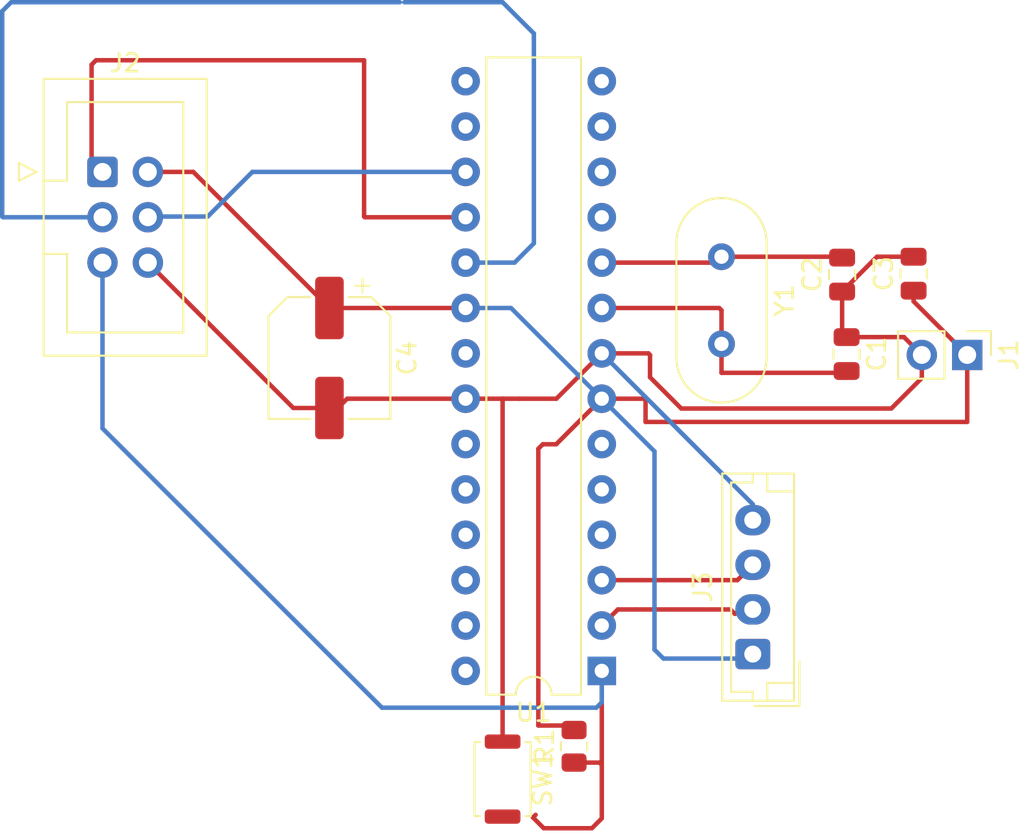
<source format=kicad_pcb>
(kicad_pcb (version 20211014) (generator pcbnew)
  (layers (0 "F.Cu" signal) (31 "B.Cu" signal) (34 "B.Paste" user) (35 "F.Paste" user) (36 "B.SilkS" user "B.Silkscreen") (37 "F.SilkS" user "F.Silkscreen") (38 "B.Mask" user) (39 "F.Mask" user) (44 "Edge.Cuts" user))
  (net 0 "")
  (net 1 "GND")
  (net 2 "Net-(C1-Pad2)")
  (net 3 "Net-(C2-Pad2)")
  (net 4 "+5V")
  (net 5 "/MISO")
  (net 6 "/SCK")
  (net 7 "/MOSI")
  (net 17 "/RST")
  (net 18 "/RX")
  (net 19 "/TX")
  (footprint "Capacitor_SMD:C_0805_2012Metric" (layer "F.Cu") (at 128 73.7 -90)
    (fp_text reference "C1" (at 0 -1.68 90) (layer "F.SilkS"))
    (fp_text value "22p")
    (fp_line (start -0.261252 0.735) (end 0.261252 0.735) (layer "F.SilkS") (width 0.12))
    (fp_line (start -0.261252 -0.735) (end 0.261252 -0.735) (layer "F.SilkS") (width 0.12))
    (pad "1" smd roundrect (at -0.95 0 270) (size 1 1.45) (layers "F.Cu" "F.Paste" "F.Mask") (net 1 "GND"))
    (pad "2" smd roundrect (at 0.95 0 270) (size 1 1.45) (layers "F.Cu" "F.Paste" "F.Mask") (net 2 "Net-(C1-Pad2)"))
  )
  (footprint "Crystal:Crystal_HC49-4H_Vertical" (layer "F.Cu") (at 121 68.25 -90)
    (fp_text reference "Y1" (at 2.44 -3.525 90) (layer "F.SilkS"))
    (fp_text value "Crystal")
    (fp_line (start -0.76 2.525) (end 5.64 2.525) (layer "F.SilkS") (width 0.12))
    (fp_line (start -0.76 -2.525) (end 5.64 -2.525) (layer "F.SilkS") (width 0.12))
    (fp_arc (start -0.76 2.525) (mid -3.285 0) (end -0.76 -2.525) (layer "F.SilkS") (width 0.12))
    (fp_arc (start 5.64 -2.525) (mid 8.165 0) (end 5.64 2.525) (layer "F.SilkS") (width 0.12))
    (pad "1" thru_hole circle (at 0 0 270) (size 1.5 1.5) (drill 0.8) (layers *.Cu *.Mask) (net 3 "Net-(C2-Pad2)"))
    (pad "2" thru_hole circle (at 4.88 0 270) (size 1.5 1.5) (drill 0.8) (layers *.Cu *.Mask) (net 2 "Net-(C1-Pad2)"))
  )
  (footprint "Package_DIP:DIP-28_W7.62mm" (layer "F.Cu") (at 114.3 91.44 180)
    (fp_text reference "U1" (at 3.81 -2.33) (layer "F.SilkS"))
    (fp_text value "ATmega8-16P")
    (fp_line (start 2.81 -1.33) (end 1.16 -1.33) (layer "F.SilkS") (width 0.12))
    (fp_line (start 1.16 -1.33) (end 1.16 34.35) (layer "F.SilkS") (width 0.12))
    (fp_line (start 6.46 -1.33) (end 4.81 -1.33) (layer "F.SilkS") (width 0.12))
    (fp_line (start 1.16 34.35) (end 6.46 34.35) (layer "F.SilkS") (width 0.12))
    (fp_line (start 6.46 34.35) (end 6.46 -1.33) (layer "F.SilkS") (width 0.12))
    (fp_arc (start 4.81 -1.33) (mid 3.81 -0.33) (end 2.81 -1.33) (layer "F.SilkS") (width 0.12))
    (pad "1" thru_hole rect (at 0 0 180) (size 1.6 1.6) (drill 0.8) (layers *.Cu *.Mask) (net 17 "/RST"))
    (pad "2" thru_hole oval (at 0 2.54 180) (size 1.6 1.6) (drill 0.8) (layers *.Cu *.Mask) (net 18 "/RX"))
    (pad "3" thru_hole oval (at 0 5.08 180) (size 1.6 1.6) (drill 0.8) (layers *.Cu *.Mask) (net 19 "/TX"))
    (pad "4" thru_hole oval (at 0 7.62 180) (size 1.6 1.6) (drill 0.8) (layers *.Cu *.Mask))
    (pad "5" thru_hole oval (at 0 10.16 180) (size 1.6 1.6) (drill 0.8) (layers *.Cu *.Mask))
    (pad "6" thru_hole oval (at 0 12.7 180) (size 1.6 1.6) (drill 0.8) (layers *.Cu *.Mask))
    (pad "7" thru_hole oval (at 0 15.24 180) (size 1.6 1.6) (drill 0.8) (layers *.Cu *.Mask) (net 4 "+5V"))
    (pad "8" thru_hole oval (at 0 17.78 180) (size 1.6 1.6) (drill 0.8) (layers *.Cu *.Mask) (net 1 "GND"))
    (pad "9" thru_hole oval (at 0 20.32 180) (size 1.6 1.6) (drill 0.8) (layers *.Cu *.Mask) (net 2 "Net-(C1-Pad2)"))
    (pad "10" thru_hole oval (at 0 22.86 180) (size 1.6 1.6) (drill 0.8) (layers *.Cu *.Mask) (net 3 "Net-(C2-Pad2)"))
    (pad "11" thru_hole oval (at 0 25.4 180) (size 1.6 1.6) (drill 0.8) (layers *.Cu *.Mask))
    (pad "12" thru_hole oval (at 0 27.94 180) (size 1.6 1.6) (drill 0.8) (layers *.Cu *.Mask))
    (pad "13" thru_hole oval (at 0 30.48 180) (size 1.6 1.6) (drill 0.8) (layers *.Cu *.Mask))
    (pad "14" thru_hole oval (at 0 33.02 180) (size 1.6 1.6) (drill 0.8) (layers *.Cu *.Mask))
    (pad "15" thru_hole oval (at 7.62 33.02 180) (size 1.6 1.6) (drill 0.8) (layers *.Cu *.Mask))
    (pad "16" thru_hole oval (at 7.62 30.48 180) (size 1.6 1.6) (drill 0.8) (layers *.Cu *.Mask))
    (pad "17" thru_hole oval (at 7.62 27.94 180) (size 1.6 1.6) (drill 0.8) (layers *.Cu *.Mask) (net 7 "/MOSI"))
    (pad "18" thru_hole oval (at 7.62 25.4 180) (size 1.6 1.6) (drill 0.8) (layers *.Cu *.Mask) (net 5 "/MISO"))
    (pad "19" thru_hole oval (at 7.62 22.86 180) (size 1.6 1.6) (drill 0.8) (layers *.Cu *.Mask) (net 6 "/SCK"))
    (pad "20" thru_hole oval (at 7.62 20.32 180) (size 1.6 1.6) (drill 0.8) (layers *.Cu *.Mask) (net 4 "+5V"))
    (pad "21" thru_hole oval (at 7.62 17.78 180) (size 1.6 1.6) (drill 0.8) (layers *.Cu *.Mask))
    (pad "22" thru_hole oval (at 7.62 15.24 180) (size 1.6 1.6) (drill 0.8) (layers *.Cu *.Mask) (net 1 "GND"))
    (pad "23" thru_hole oval (at 7.62 12.7 180) (size 1.6 1.6) (drill 0.8) (layers *.Cu *.Mask))
    (pad "24" thru_hole oval (at 7.62 10.16 180) (size 1.6 1.6) (drill 0.8) (layers *.Cu *.Mask))
    (pad "25" thru_hole oval (at 7.62 7.62 180) (size 1.6 1.6) (drill 0.8) (layers *.Cu *.Mask))
    (pad "26" thru_hole oval (at 7.62 5.08 180) (size 1.6 1.6) (drill 0.8) (layers *.Cu *.Mask))
    (pad "27" thru_hole oval (at 7.62 2.54 180) (size 1.6 1.6) (drill 0.8) (layers *.Cu *.Mask))
    (pad "28" thru_hole oval (at 7.62 0 180) (size 1.6 1.6) (drill 0.8) (layers *.Cu *.Mask))
  )
  (footprint "Connector_PinHeader_2.54mm:PinHeader_1x02_P2.54mm_Vertical" (layer "F.Cu") (at 134.75 73.75 -90)
    (fp_text reference "J1" (at 0 -2.33 90) (layer "F.SilkS"))
    (fp_text value "Conn_01x02_Male")
    (fp_line (start 1.33 1.27) (end 1.33 3.87) (layer "F.SilkS") (width 0.12))
    (fp_line (start -1.33 0) (end -1.33 -1.33) (layer "F.SilkS") (width 0.12))
    (fp_line (start -1.33 -1.33) (end 0 -1.33) (layer "F.SilkS") (width 0.12))
    (fp_line (start -1.33 3.87) (end 1.33 3.87) (layer "F.SilkS") (width 0.12))
    (fp_line (start -1.33 1.27) (end 1.33 1.27) (layer "F.SilkS") (width 0.12))
    (fp_line (start -1.33 1.27) (end -1.33 3.87) (layer "F.SilkS") (width 0.12))
    (pad "1" thru_hole rect (at 0 0 270) (size 1.7 1.7) (drill 1) (layers *.Cu *.Mask) (net 4 "+5V"))
    (pad "2" thru_hole oval (at 0 2.54 270) (size 1.7 1.7) (drill 1) (layers *.Cu *.Mask) (net 1 "GND"))
  )
  (footprint "Capacitor_SMD:C_0805_2012Metric" (layer "F.Cu") (at 131.75 69.2 90)
    (fp_text reference "C3" (at 0 -1.68 90) (layer "F.SilkS"))
    (fp_text value "0.1u")
    (fp_line (start -0.261252 -0.735) (end 0.261252 -0.735) (layer "F.SilkS") (width 0.12))
    (fp_line (start -0.261252 0.735) (end 0.261252 0.735) (layer "F.SilkS") (width 0.12))
    (pad "1" smd roundrect (at -0.95 0 90) (size 1 1.45) (layers "F.Cu" "F.Paste" "F.Mask") (net 4 "+5V"))
    (pad "2" smd roundrect (at 0.95 0 90) (size 1 1.45) (layers "F.Cu" "F.Paste" "F.Mask") (net 1 "GND"))
  )
  (footprint "Resistor_SMD:R_0805_2012Metric" (layer "F.Cu") (at 112.75 95.6625 90)
    (fp_text reference "R1" (at 0 -1.65 90) (layer "F.SilkS"))
    (fp_text value "10K")
    (fp_line (start -0.227064 0.735) (end 0.227064 0.735) (layer "F.SilkS") (width 0.12))
    (fp_line (start -0.227064 -0.735) (end 0.227064 -0.735) (layer "F.SilkS") (width 0.12))
    (pad "1" smd roundrect (at -0.9125 0 90) (size 1.025 1.4) (layers "F.Cu" "F.Paste" "F.Mask") (roundrect_rratio 0.243902) (net 17 "/RST"))
    (pad "2" smd roundrect (at 0.9125 0 90) (size 1.025 1.4) (layers "F.Cu" "F.Paste" "F.Mask") (roundrect_rratio 0.243902) (net 4 "+5V"))
  )
  (footprint "Capacitor_SMD:CP_Elec_6.3x5.4" (layer "F.Cu") (at 99.06 73.92 -90)
    (fp_text reference "C4" (at 0 -4.35 90) (layer "F.SilkS"))
    (fp_text value "47.0x25v")
    (fp_line (start -3.41 -2.345563) (end -2.345563 -3.41) (layer "F.SilkS") (width 0.12))
    (fp_line (start -3.41 2.345563) (end -3.41 1.06) (layer "F.SilkS") (width 0.12))
    (fp_line (start -4.4375 -1.8475) (end -3.65 -1.8475) (layer "F.SilkS") (width 0.12))
    (fp_line (start 3.41 3.41) (end 3.41 1.06) (layer "F.SilkS") (width 0.12))
    (fp_line (start -3.41 -2.345563) (end -3.41 -1.06) (layer "F.SilkS") (width 0.12))
    (fp_line (start -2.345563 -3.41) (end 3.41 -3.41) (layer "F.SilkS") (width 0.12))
    (fp_line (start -2.345563 3.41) (end 3.41 3.41) (layer "F.SilkS") (width 0.12))
    (fp_line (start -3.41 2.345563) (end -2.345563 3.41) (layer "F.SilkS") (width 0.12))
    (fp_line (start 3.41 -3.41) (end 3.41 -1.06) (layer "F.SilkS") (width 0.12))
    (fp_line (start -4.04375 -2.24125) (end -4.04375 -1.45375) (layer "F.SilkS") (width 0.12))
    (pad "1" smd roundrect (at -2.8 0 270) (size 3.5 1.6) (layers "F.Cu" "F.Paste" "F.Mask") (roundrect_rratio 0.15625) (net 4 "+5V"))
    (pad "2" smd roundrect (at 2.8 0 270) (size 3.5 1.6) (layers "F.Cu" "F.Paste" "F.Mask") (roundrect_rratio 0.15625) (net 1 "GND"))
  )
  (footprint "Capacitor_SMD:C_0805_2012Metric" (layer "F.Cu") (at 127.75 69.25 90)
    (fp_text reference "C2" (at 0 -1.68 90) (layer "F.SilkS"))
    (fp_text value "22p")
    (fp_line (start -0.261252 0.735) (end 0.261252 0.735) (layer "F.SilkS") (width 0.12))
    (fp_line (start -0.261252 -0.735) (end 0.261252 -0.735) (layer "F.SilkS") (width 0.12))
    (pad "1" smd roundrect (at -0.95 0 90) (size 1 1.45) (layers "F.Cu" "F.Paste" "F.Mask") (net 1 "GND"))
    (pad "2" smd roundrect (at 0.95 0 90) (size 1 1.45) (layers "F.Cu" "F.Paste" "F.Mask") (net 3 "Net-(C2-Pad2)"))
  )
  (footprint "Button_Switch_SMD:SW_Push_SPST_NO_Alps_SKRK" (layer "F.Cu") (at 108.75 97.5 -90)
    (fp_text reference "SW1" (at 0 -2.25 90) (layer "F.SilkS"))
    (fp_text value "SW_Push")
    (fp_line (start 2.07 1.27) (end 2.07 1.57) (layer "F.SilkS") (width 0.12))
    (fp_line (start 2.07 1.57) (end -2.07 1.57) (layer "F.SilkS") (width 0.12))
    (fp_line (start 2.07 -1.57) (end 2.07 -1.27) (layer "F.SilkS") (width 0.12))
    (fp_line (start -2.07 1.57) (end -2.07 1.27) (layer "F.SilkS") (width 0.12))
    (fp_line (start -2.07 -1.27) (end -2.07 -1.57) (layer "F.SilkS") (width 0.12))
    (fp_line (start -2.07 -1.57) (end 2.07 -1.57) (layer "F.SilkS") (width 0.12))
    (pad "1" smd roundrect (at -2.1 0 270) (size 0.8 2) (layers "F.Cu" "F.Paste" "F.Mask") (net 1 "GND"))
    (pad "2" smd roundrect (at 2.1 0 270) (size 0.8 2) (layers "F.Cu" "F.Paste" "F.Mask") (net 17 "/RST"))
  )
  (footprint "Connector_JST:JST_EH_B4B-EH-A_1x04_P2.50mm_Vertical" (layer "F.Cu") (at 122.75 90.5 90)
    (fp_text reference "J3" (at 3.75 -2.8 90) (layer "F.SilkS"))
    (fp_text value "Conn_01x04_Male")
    (fp_line (start -2.11 -1.21) (end 9.61 -1.21) (layer "F.SilkS") (width 0.12))
    (fp_line (start 10.11 2.31) (end 10.11 -1.71) (layer "F.SilkS") (width 0.12))
    (fp_line (start 9.61 -1.21) (end 9.61 0) (layer "F.SilkS") (width 0.12))
    (fp_line (start 10.11 0.81) (end 9.11 0.81) (layer "F.SilkS") (width 0.12))
    (fp_line (start -2.61 -1.71) (end -2.61 2.31) (layer "F.SilkS") (width 0.12))
    (fp_line (start -2.61 2.31) (end 10.11 2.31) (layer "F.SilkS") (width 0.12))
    (fp_line (start -2.61 0) (end -2.11 0) (layer "F.SilkS") (width 0.12))
    (fp_line (start 10.11 -1.71) (end -2.61 -1.71) (layer "F.SilkS") (width 0.12))
    (fp_line (start 9.61 0) (end 10.11 0) (layer "F.SilkS") (width 0.12))
    (fp_line (start 9.11 0.81) (end 9.11 2.31) (layer "F.SilkS") (width 0.12))
    (fp_line (start -2.11 0) (end -2.11 -1.21) (layer "F.SilkS") (width 0.12))
    (fp_line (start -2.91 0.11) (end -2.91 2.61) (layer "F.SilkS") (width 0.12))
    (fp_line (start -1.61 0.81) (end -1.61 2.31) (layer "F.SilkS") (width 0.12))
    (fp_line (start -2.61 0.81) (end -1.61 0.81) (layer "F.SilkS") (width 0.12))
    (fp_line (start -2.91 2.61) (end -0.41 2.61) (layer "F.SilkS") (width 0.12))
    (pad "1" thru_hole roundrect (at 0 0 90) (size 1.7 1.95) (drill 0.95) (layers *.Cu *.Mask) (roundrect_rratio 0.147059) (net 4 "+5V"))
    (pad "2" thru_hole oval (at 2.5 0 90) (size 1.7 1.95) (drill 0.95) (layers *.Cu *.Mask) (net 18 "/RX"))
    (pad "3" thru_hole oval (at 5 0 90) (size 1.7 1.95) (drill 0.95) (layers *.Cu *.Mask) (net 19 "/TX"))
    (pad "4" thru_hole oval (at 7.5 0 90) (size 1.7 1.95) (drill 0.95) (layers *.Cu *.Mask) (net 1 "GND"))
  )
  (footprint "Connector_IDC:IDC-Header_2x03_P2.54mm_Vertical" (layer "F.Cu") (at 86.36 63.5)
    (fp_text reference "J2" (at 1.27 -6.1) (layer "F.SilkS"))
    (fp_text value "AVR-ISP-6")
    (fp_line (start -1.98 4.59) (end -1.98 4.59) (layer "F.SilkS") (width 0.12))
    (fp_line (start -3.29 10.29) (end -3.29 -5.21) (layer "F.SilkS") (width 0.12))
    (fp_line (start 4.52 -3.91) (end 4.52 8.99) (layer "F.SilkS") (width 0.12))
    (fp_line (start -1.98 4.59) (end -3.29 4.59) (layer "F.SilkS") (width 0.12))
    (fp_line (start -3.29 0.49) (end -1.98 0.49) (layer "F.SilkS") (width 0.12))
    (fp_line (start -1.98 0.49) (end -1.98 -3.91) (layer "F.SilkS") (width 0.12))
    (fp_line (start -3.29 -5.21) (end 5.83 -5.21) (layer "F.SilkS") (width 0.12))
    (fp_line (start 4.52 8.99) (end -1.98 8.99) (layer "F.SilkS") (width 0.12))
    (fp_line (start -3.68 0) (end -4.68 -0.5) (layer "F.SilkS") (width 0.12))
    (fp_line (start -1.98 8.99) (end -1.98 4.59) (layer "F.SilkS") (width 0.12))
    (fp_line (start -4.68 0.5) (end -3.68 0) (layer "F.SilkS") (width 0.12))
    (fp_line (start -4.68 -0.5) (end -4.68 0.5) (layer "F.SilkS") (width 0.12))
    (fp_line (start -1.98 -3.91) (end 4.52 -3.91) (layer "F.SilkS") (width 0.12))
    (fp_line (start 5.83 10.29) (end -3.29 10.29) (layer "F.SilkS") (width 0.12))
    (fp_line (start 5.83 -5.21) (end 5.83 10.29) (layer "F.SilkS") (width 0.12))
    (pad "1" thru_hole roundrect (at 0 0) (size 1.7 1.7) (drill 1) (layers *.Cu *.Mask) (roundrect_rratio 0.147059) (net 5 "/MISO"))
    (pad "2" thru_hole circle (at 2.54 0) (size 1.7 1.7) (drill 1) (layers *.Cu *.Mask) (net 4 "+5V"))
    (pad "3" thru_hole circle (at 0 2.54) (size 1.7 1.7) (drill 1) (layers *.Cu *.Mask) (net 6 "/SCK"))
    (pad "4" thru_hole circle (at 2.54 2.54) (size 1.7 1.7) (drill 1) (layers *.Cu *.Mask) (net 7 "/MOSI"))
    (pad "5" thru_hole circle (at 0 5.08) (size 1.7 1.7) (drill 1) (layers *.Cu *.Mask) (net 17 "/RST"))
    (pad "6" thru_hole circle (at 2.54 5.08) (size 1.7 1.7) (drill 1) (layers *.Cu *.Mask) (net 1 "GND"))
  )
  (segment (start 118.75 76.75) (end 130.5 76.75) (width 0.25) (layer "F.Cu") (net 1))
  (segment (start 127.75 70.2) (end 127.75 72.5) (width 0.25) (layer "F.Cu") (net 1))
  (segment (start 131.75 68.25) (end 129.7 68.25) (width 0.25) (layer "F.Cu") (net 1))
  (segment (start 131.21 72.75) (end 132.21 73.75) (width 0.25) (layer "F.Cu") (net 1))
  (segment (start 99.06 76.72) (end 99.47 76.72) (width 0.25) (layer "F.Cu") (net 1))
  (segment (start 109.7 76.2) (end 111.76 76.2) (width 0.25) (layer "F.Cu") (net 1))
  (segment (start 97.04 76.72) (end 99.06 76.72) (width 0.25) (layer "F.Cu") (net 1))
  (segment (start 108.75 76.25) (end 108.8 76.2) (width 0.25) (layer "F.Cu") (net 1))
  (segment (start 99.5 76.75) (end 100.05 76.2) (width 0.25) (layer "F.Cu") (net 1))
  (segment (start 88.9 68.58) (end 97.04 76.72) (width 0.25) (layer "F.Cu") (net 1))
  (segment (start 99.47 76.72) (end 99.5 76.75) (width 0.25) (layer "F.Cu") (net 1))
  (segment (start 116.91 73.66) (end 117 73.75) (width 0.25) (layer "F.Cu") (net 1))
  (segment (start 108.8 76.2) (end 109.7 76.2) (width 0.25) (layer "F.Cu") (net 1))
  (segment (start 130.5 76.75) (end 132.21 75.04) (width 0.25) (layer "F.Cu") (net 1))
  (segment (start 114.3 73.66) (end 116.91 73.66) (width 0.25) (layer "F.Cu") (net 1))
  (segment (start 108.75 95.4) (end 108.75 76.25) (width 0.25) (layer "F.Cu") (net 1))
  (segment (start 117 73.75) (end 117 75) (width 0.25) (layer "F.Cu") (net 1))
  (segment (start 111.76 76.2) (end 114.3 73.66) (width 0.25) (layer "F.Cu") (net 1))
  (segment (start 127.75 72.5) (end 128 72.75) (width 0.25) (layer "F.Cu") (net 1))
  (segment (start 117 75) (end 118.75 76.75) (width 0.25) (layer "F.Cu") (net 1))
  (segment (start 129.7 68.25) (end 127.75 70.2) (width 0.25) (layer "F.Cu") (net 1))
  (segment (start 128 72.75) (end 131.21 72.75) (width 0.25) (layer "F.Cu") (net 1))
  (segment (start 132.21 75.04) (end 132.21 73.75) (width 0.25) (layer "F.Cu") (net 1))
  (segment (start 106.68 76.2) (end 108.8 76.2) (width 0.25) (layer "F.Cu") (net 1))
  (segment (start 100.05 76.2) (end 106.68 76.2) (width 0.25) (layer "F.Cu") (net 1))
  (segment (start 114.3 73.66) (end 122.75 82.11) (width 0.25) (layer "B.Cu") (net 1))
  (segment (start 122.75 82.11) (end 122.75 83) (width 0.25) (layer "B.Cu") (net 1))
  (segment (start 121 73.13) (end 121 74.75) (width 0.25) (layer "F.Cu") (net 2))
  (segment (start 121 73.13) (end 121 71.25) (width 0.25) (layer "F.Cu") (net 2))
  (segment (start 127.9 74.75) (end 128 74.65) (width 0.25) (layer "F.Cu") (net 2))
  (segment (start 120.87 71.12) (end 114.3 71.12) (width 0.25) (layer "F.Cu") (net 2))
  (segment (start 121 74.75) (end 127.9 74.75) (width 0.25) (layer "F.Cu") (net 2))
  (segment (start 121 71.25) (end 120.87 71.12) (width 0.25) (layer "F.Cu") (net 2))
  (segment (start 114.3 68.58) (end 120.67 68.58) (width 0.25) (layer "F.Cu") (net 3))
  (segment (start 127.75 68.3) (end 127.7 68.25) (width 0.25) (layer "F.Cu") (net 3))
  (segment (start 120.67 68.58) (end 121 68.25) (width 0.25) (layer "F.Cu") (net 3))
  (segment (start 127.7 68.25) (end 121 68.25) (width 0.25) (layer "F.Cu") (net 3))
  (segment (start 112.75 94.75) (end 112.5 94.5) (width 0.25) (layer "F.Cu") (net 4))
  (segment (start 111.75 78.75) (end 114.3 76.2) (width 0.25) (layer "F.Cu") (net 4))
  (segment (start 111 78.75) (end 111.75 78.75) (width 0.25) (layer "F.Cu") (net 4))
  (segment (start 131.75 70.75) (end 134.75 73.75) (width 0.25) (layer "F.Cu") (net 4))
  (segment (start 88.9 63.5) (end 91.44 63.5) (width 0.25) (layer "F.Cu") (net 4))
  (segment (start 116.7 76.2) (end 116.75 76.25) (width 0.25) (layer "F.Cu") (net 4))
  (segment (start 114.3 76.2) (end 116.7 76.2) (width 0.25) (layer "F.Cu") (net 4))
  (segment (start 116.75 77.5) (end 134.75 77.5) (width 0.25) (layer "F.Cu") (net 4))
  (segment (start 112.5 94.5) (end 110.75 94.5) (width 0.25) (layer "F.Cu") (net 4))
  (segment (start 134.75 77.5) (end 134.75 73.75) (width 0.25) (layer "F.Cu") (net 4))
  (segment (start 131.75 70.15) (end 131.75 70.75) (width 0.25) (layer "F.Cu") (net 4))
  (segment (start 91.44 63.5) (end 99.06 71.12) (width 0.25) (layer "F.Cu") (net 4))
  (segment (start 106.68 71.12) (end 99.06 71.12) (width 0.25) (layer "F.Cu") (net 4))
  (segment (start 110.75 94.5) (end 110.75 79) (width 0.25) (layer "F.Cu") (net 4))
  (segment (start 116.75 76.25) (end 116.75 77.5) (width 0.25) (layer "F.Cu") (net 4))
  (segment (start 110.75 79) (end 111 78.75) (width 0.25) (layer "F.Cu") (net 4))
  (segment (start 122.5 90.75) (end 122.75 90.5) (width 0.25) (layer "B.Cu") (net 4))
  (segment (start 106.68 71.12) (end 109.22 71.12) (width 0.25) (layer "B.Cu") (net 4))
  (segment (start 109.22 71.12) (end 114.3 76.2) (width 0.25) (layer "B.Cu") (net 4))
  (segment (start 117.25 79.15) (end 114.3 76.2) (width 0.25) (layer "B.Cu") (net 4))
  (segment (start 117.75 90.75) (end 122.5 90.75) (width 0.25) (layer "B.Cu") (net 4))
  (segment (start 117.25 90.25) (end 117.25 79.15) (width 0.25) (layer "B.Cu") (net 4))
  (segment (start 117.75 90.75) (end 117.25 90.25) (width 0.25) (layer "B.Cu") (net 4))
  (segment (start 101 57.25) (end 101 66) (width 0.25) (layer "F.Cu") (net 5))
  (segment (start 85.75 57.5) (end 86 57.25) (width 0.25) (layer "F.Cu") (net 5))
  (segment (start 101.04 66.04) (end 106.68 66.04) (width 0.25) (layer "F.Cu") (net 5))
  (segment (start 101 66) (end 101.04 66.04) (width 0.25) (layer "F.Cu") (net 5))
  (segment (start 85.75 62.89) (end 85.75 57.5) (width 0.25) (layer "F.Cu") (net 5))
  (segment (start 86.36 63.5) (end 85.75 62.89) (width 0.25) (layer "F.Cu") (net 5))
  (segment (start 86 57.25) (end 101 57.25) (width 0.25) (layer "F.Cu") (net 5))
  (segment (start 109.42 68.58) (end 110.5 67.5) (width 0.25) (layer "B.Cu") (net 6))
  (segment (start 80.75 54.5) (end 81.25 54) (width 0.25) (layer "B.Cu") (net 6))
  (segment (start 110.5 67.5) (end 110.5 55.75) (width 0.25) (layer "B.Cu") (net 6))
  (segment (start 86.36 66.04) (end 80.79 66.04) (width 0.25) (layer "B.Cu") (net 6))
  (segment (start 80.79 66.04) (end 80.75 66) (width 0.25) (layer "B.Cu") (net 6))
  (segment (start 106.68 68.58) (end 109.42 68.58) (width 0.25) (layer "B.Cu") (net 6))
  (segment (start 110.5 55.75) (end 108.75 54) (width 0.25) (layer "B.Cu") (net 6))
  (segment (start 108.75 54) (end 103.25 54) (width 0.25) (layer "B.Cu") (net 6))
  (segment (start 80.75 66) (end 80.75 54.5) (width 0.25) (layer "B.Cu") (net 6))
  (segment (start 81.25 54) (end 103 54) (width 0.25) (layer "B.Cu") (net 6))
  (segment (start 94.75 63.5) (end 92.25 66) (width 0.25) (layer "B.Cu") (net 7))
  (segment (start 92.25 66) (end 89.75 66) (width 0.25) (layer "B.Cu") (net 7))
  (segment (start 106.68 63.5) (end 94.75 63.5) (width 0.25) (layer "B.Cu") (net 7))
  (segment (start 114.175 96.575) (end 114.3 96.7) (width 0.25) (layer "F.Cu") (net 17))
  (segment (start 113.75 100.25) (end 111.053142 100.25) (width 0.25) (layer "F.Cu") (net 17))
  (segment (start 114.3 99.7) (end 113.75 100.25) (width 0.25) (layer "F.Cu") (net 17))
  (segment (start 111.053142 100.25) (end 110.450448 99.647306) (width 0.25) (layer "F.Cu") (net 17))
  (segment (start 112.75 96.575) (end 114.175 96.575) (width 0.25) (layer "F.Cu") (net 17))
  (segment (start 114.3 96.7) (end 114.3 99.7) (width 0.25) (layer "F.Cu") (net 17))
  (segment (start 110.450448 99.647306) (end 110.597754 99.5) (width 0.25) (layer "F.Cu") (net 17))
  (segment (start 114.3 91.44) (end 114.3 96.7) (width 0.25) (layer "F.Cu") (net 17))
  (segment (start 114.3 91.44) (end 114.3 93.2) (width 0.25) (layer "B.Cu") (net 17))
  (segment (start 102 93.5) (end 86.36 77.86) (width 0.25) (layer "B.Cu") (net 17))
  (segment (start 114 93.5) (end 102 93.5) (width 0.25) (layer "B.Cu") (net 17))
  (segment (start 86.36 77.86) (end 86.36 68.58) (width 0.25) (layer "B.Cu") (net 17))
  (segment (start 114.3 93.2) (end 114 93.5) (width 0.25) (layer "B.Cu") (net 17))
  (segment (start 116.25 88) (end 121.5 88) (width 0.25) (layer "F.Cu") (net 18))
  (segment (start 115.2 88) (end 116.25 88) (width 0.25) (layer "F.Cu") (net 18))
  (segment (start 114.3 88.9) (end 115.2 88) (width 0.25) (layer "F.Cu") (net 18))
  (segment (start 121.5 88) (end 121.75 88.25) (width 0.25) (layer "F.Cu") (net 18))
  (segment (start 121.89 86.36) (end 122.75 85.5) (width 0.25) (layer "F.Cu") (net 19))
  (segment (start 114.3 86.36) (end 121.89 86.36) (width 0.25) (layer "F.Cu") (net 19))
)
</source>
